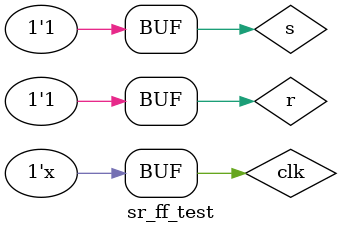
<source format=v>
module sr_ff_test;
reg s,r,clk;
wire q,qb;
sr_ff_data inst(.q(q),.qb(qb),.s(s),.r(r),.clk(clk));
always #100 clk=~clk;
initial begin
clk=1;
#200 s=1'b0; r=1'b1;
#200 s=1'b0; r=1'b0;
#200 s=1'b1; r=1'b0;
#200 s=1'b1; r=1'b1;
end
endmodule


</source>
